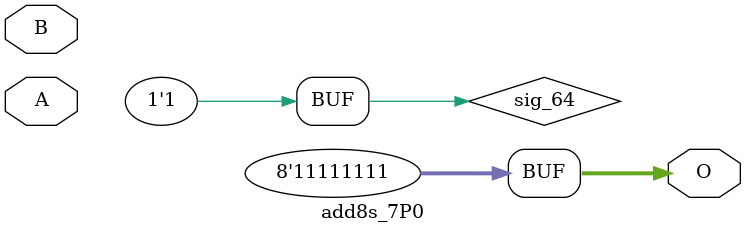
<source format=v>
/***
* This code is a part of EvoApproxLib library (ehw.fit.vutbr.cz/approxlib) distributed under The MIT License.
* When used, please cite the following article(s): V. Mrazek, L. Sekanina, Z. Vasicek "Libraries of Approximate Circuits: Automated Design and Application in CNN Accelerators" IEEE Journal on Emerging and Selected Topics in Circuits and Systems, Vol 10, No 4, 2020 
* This file contains a circuit from a sub-set of pareto optimal circuits with respect to the pwr and mae parameters
***/
// MAE% = 44.45 %
// MAE = 57 
// WCE% = 100.00 %
// WCE = 128 
// WCRE% = 200.00 %
// EP% = 99.48 %
// MRE% = 99.98 %
// MSE = 4551 
// PDK45_PWR = 0.000 mW
// PDK45_AREA = 0.0 um2
// PDK45_DELAY = 0.00 ns

module add8s_7P0 (
    A,
    B,
    O
);

input [7:0] A;
input [7:0] B;
output [7:0] O;

wire sig_61,sig_64;

assign sig_61 = ~B[3];
assign sig_64 = ~(sig_61 & B[3]);

assign O[7] = sig_64;
assign O[6] = sig_64;
assign O[5] = sig_64;
assign O[4] = sig_64;
assign O[3] = sig_64;
assign O[2] = sig_64;
assign O[1] = sig_64;
assign O[0] = sig_64;

endmodule



</source>
